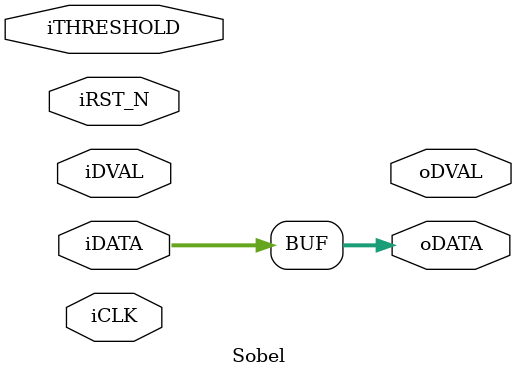
<source format=v>
/* 
(C) OOMusou 2008 http://oomusou.cnblogs.com

Filename    : Sobel.v
Compiler    : Quartus II 8.0
Description : Demo how to implement Sobel Edge Detector on DE2-70
Release     : 09/27/2008 1.0
*/

module Sobel (
  input            iCLK,
  input            iRST_N,
  input      [7:0] iTHRESHOLD,
  input            iDVAL,
  input      [9:0] iDATA,
  output reg       oDVAL,
  output wire [9:0] oDATA
);

// mask x
parameter X1 = 8'hff, X2 = 8'h00, X3 = 8'h01;
parameter X4 = 8'hfe, X5 = 8'h00, X6 = 8'h02;
parameter X7 = 8'hff, X8 = 8'h00, X9 = 8'h01;

// mask y
parameter Y1 = 8'h01, Y2 = 8'h02, Y3 = 8'h01;
parameter Y4 = 8'h00, Y5 = 8'h00, Y6 = 8'h00;
parameter Y7 = 8'hff, Y8 = 8'hfe, Y9 = 8'hff;

wire  [7:0] Line0;
wire  [7:0] Line1;
wire  [7:0] Line2;

wire  [17:0]  Mac_x0;
wire  [17:0]  Mac_x1;
wire  [17:0]  Mac_x2;

wire  [17:0]  Mac_y0;
wire  [17:0]  Mac_y1;
wire  [17:0]  Mac_y2;

wire  [19:0]  Pa_x;
wire  [19:0]  Pa_y;

wire  [15:0]  Abs_mag;


assign oDATA = iDATA;
// replace the above

endmodule
</source>
